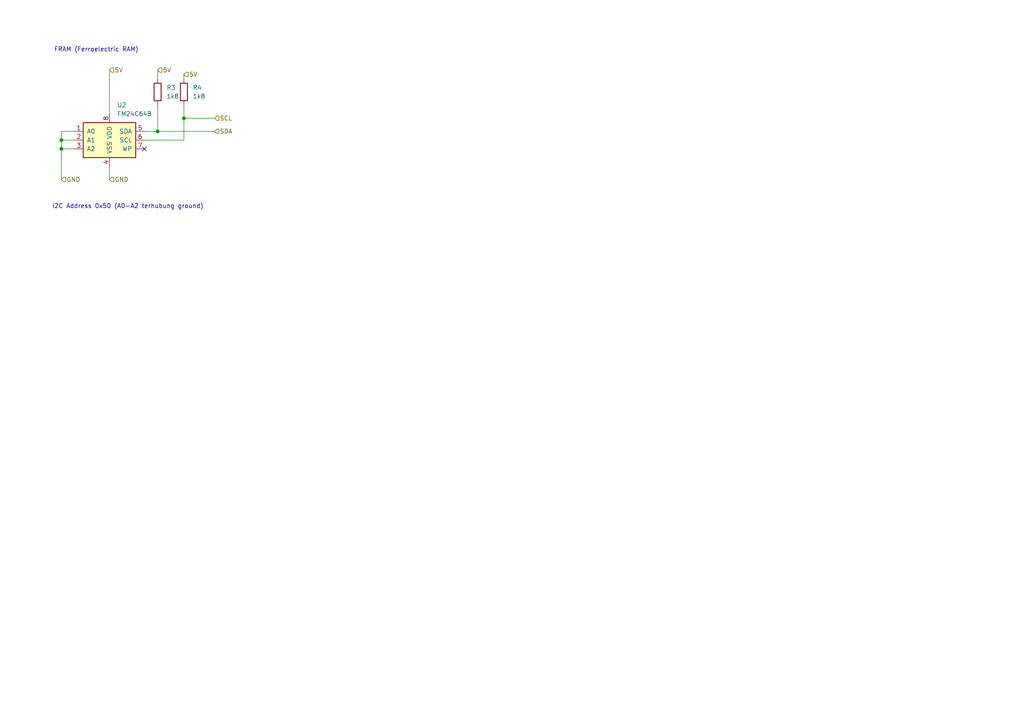
<source format=kicad_sch>
(kicad_sch (version 20231120) (generator "eeschema") (generator_version "8.0")
  (paper "A4")
  (lib_symbols
    (symbol "Device:R" (pin_numbers hide) (pin_names (offset 0))
      (property "Reference" "R" (at 2.032 0 90))
      (property "Value" "R" (at 0 0 90))
      (symbol "R_0_1"
        (rectangle (start -1.016 -2.54) (end 1.016 2.54) (stroke (width 0.254)))
      )
      (symbol "R_1_1"
        (pin passive line (at 0 3.81 270) (length 1.27) (name "~") (number "1"))
        (pin passive line (at 0 -3.81 90) (length 1.27) (name "~") (number "2"))
      )
    )
    (symbol "Memory_NVRAM:FM24C64B" (pin_names (offset 1.016))
      (property "Reference" "U" (at -5.08 8.89 0))
      (property "Value" "FM24C64B" (at 6.35 -8.89 0))
      (symbol "FM24C64B_0_1"
        (rectangle (start -7.62 5.08) (end 7.62 -5.08) (stroke (width 0.254)) (fill (type background)))
      )
      (symbol "FM24C64B_1_1"
        (pin input line (at -10.16 2.54 0) (length 2.54) (name "A0") (number "1"))
        (pin input line (at -10.16 0 0) (length 2.54) (name "A1") (number "2"))
        (pin input line (at -10.16 -2.54 0) (length 2.54) (name "A2") (number "3"))
        (pin power_in line (at 0 -7.62 90) (length 2.54) (name "VSS") (number "4"))
        (pin bidirectional line (at 10.16 2.54 180) (length 2.54) (name "SDA") (number "5"))
        (pin input line (at 10.16 0 180) (length 2.54) (name "SCL") (number "6"))
        (pin input line (at 10.16 -2.54 180) (length 2.54) (name "WP") (number "7"))
        (pin power_in line (at 0 7.62 270) (length 2.54) (name "VDD") (number "8"))
      )
    )
  )
  (junction (at 53.34 34.29))
  (junction (at 17.78 43.18))
  (junction (at 45.72 38.1))
  (junction (at 17.78 40.64))
  (no_connect (at 41.91 43.18))
  (wire (pts (xy 45.72 20.32) (xy 45.72 22.86)))
  (wire (pts (xy 17.78 40.64) (xy 21.59 40.64)))
  (wire (pts (xy 17.78 43.18) (xy 21.59 43.18)))
  (wire (pts (xy 53.34 34.29) (xy 53.34 40.64)))
  (wire (pts (xy 45.72 38.1) (xy 45.72 30.48)))
  (wire (pts (xy 31.75 20.32) (xy 31.75 33.02)))
  (wire (pts (xy 53.34 30.48) (xy 53.34 34.29)))
  (wire (pts (xy 17.78 43.18) (xy 17.78 52.07)))
  (wire (pts (xy 31.75 48.26) (xy 31.75 52.07)))
  (wire (pts (xy 17.78 38.1) (xy 17.78 40.64)))
  (wire (pts (xy 41.91 38.1) (xy 45.72 38.1)))
  (wire (pts (xy 21.59 38.1) (xy 17.78 38.1)))
  (wire (pts (xy 45.72 38.1) (xy 62.23 38.1)))
  (wire (pts (xy 41.91 40.64) (xy 53.34 40.64)))
  (wire (pts (xy 53.34 21.59) (xy 53.34 22.86)))
  (wire (pts (xy 53.34 34.29) (xy 62.23 34.29)))
  (wire (pts (xy 17.78 40.64) (xy 17.78 43.18)))
  (text "FRAM (Ferroelectric RAM)" (at 27.94 14.478 0) (effects (font (size 1.27 1.27))))
  (text "I2C Address 0x50 (A0-A2 terhubung ground)" (at 37.084 59.944 0) (effects (font (size 1.27 1.27))))
  (hierarchical_label "SCL" (shape input) (at 62.23 34.29 0))
  (hierarchical_label "5V" (shape input) (at 53.34 21.59 0))
  (hierarchical_label "5V" (shape input) (at 31.75 20.32 0))
  (hierarchical_label "GND" (shape input) (at 31.75 52.07 0))
  (hierarchical_label "SDA" (shape input) (at 62.23 38.1 0))
  (hierarchical_label "5V" (shape input) (at 45.72 20.32 0))
  (hierarchical_label "GND" (shape input) (at 17.78 52.07 0))
  (symbol (lib_id "Device:R") (at 45.72 26.67 0) (unit 1)
    (property "Reference" "R3" (at 48.26 25.3999 0) (effects (justify left)))
    (property "Value" "1k8" (at 48.26 27.9399 0) (effects (justify left)))
    (property "Footprint" "Resistor_THT:R_Axial_DIN0204_L3.6mm_D1.6mm_P5.08mm_Horizontal" (effects (hide yes)))
    (property "Description" "Resistor" (effects (hide yes)))
  )
  (symbol (lib_id "Memory_NVRAM:FM24C64B") (at 31.75 40.64 0) (unit 1)
    (property "Reference" "U2" (at 33.9441 30.48 0) (effects (justify left)))
    (property "Value" "FM24C64B" (at 33.9441 33.02 0) (effects (justify left)))
    (property "Footprint" "Package_SO:SOIC-8_3.9x4.9mm_P1.27mm" (effects (hide yes)))
    (property "Datasheet" "http://www.cypress.com/file/41651/download" (effects (hide yes)))
    (property "Description" "64Kb serial FRAM nonvolatile Memory, SOIC-8" (effects (hide yes)))
  )
  (symbol (lib_id "Device:R") (at 53.34 26.67 0) (unit 1)
    (property "Reference" "R4" (at 55.88 25.3999 0) (effects (justify left)))
    (property "Value" "1k8" (at 55.88 27.9399 0) (effects (justify left)))
    (property "Footprint" "Resistor_THT:R_Axial_DIN0204_L3.6mm_D1.6mm_P5.08mm_Horizontal" (effects (hide yes)))
    (property "Description" "Resistor" (effects (hide yes)))
  )
)
</source>
